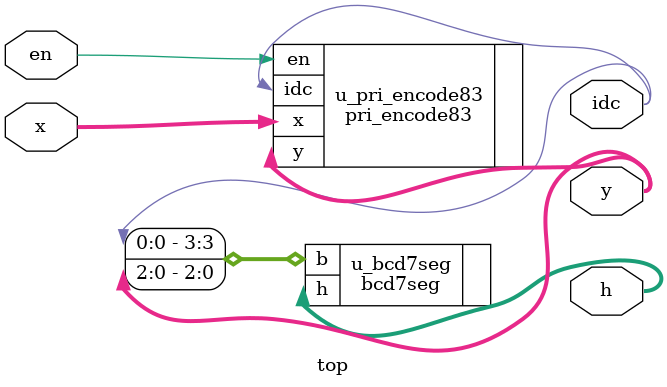
<source format=v>
module top (
        input  [7:0] x,
        input  en,
        output reg [6:0] h,
        output idc,
        output reg [2:0] y
    );

    pri_encode83 u_pri_encode83(
                     .x   (x  ),
                     .en  (en ),
                     .idc (idc),
                     .y   (y  )
                 );
    bcd7seg u_bcd7seg(
                .b({idc, y}),
                .h(h)
            );


endmodule //top

</source>
